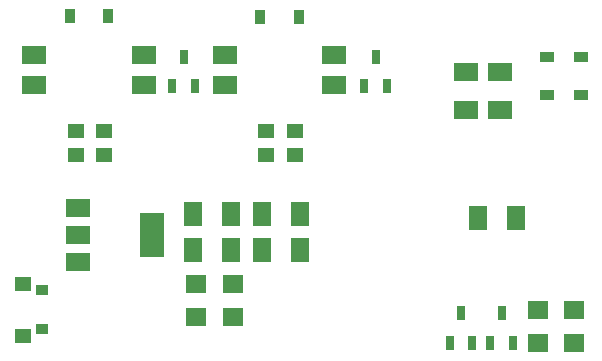
<source format=gbp>
G04 Layer: BottomPasteMaskLayer*
G04 EasyEDA v5.9.42, Tue, 02 Apr 2019 20:51:07 GMT*
G04 166f39b61798459ea13d042530858995*
G04 Gerber Generator version 0.2*
G04 Scale: 100 percent, Rotated: No, Reflected: No *
G04 Dimensions in millimeters *
G04 leading zeros omitted , absolute positions ,3 integer and 3 decimal *
%FSLAX33Y33*%
%MOMM*%
G90*
G71D02*

%ADD17R,1.219200X0.909320*%
%ADD18R,1.600200X1.999996*%
%ADD19R,1.800860X1.600200*%
%ADD27R,1.999996X3.799992*%
%ADD28R,1.999996X1.499997*%
%ADD29R,0.699999X1.250010*%
%ADD30R,0.909320X1.219200*%
%ADD31R,1.050011X0.850011*%
%ADD32R,1.399997X1.250010*%
%ADD33R,1.450010X1.160018*%
%ADD34R,1.999996X1.600200*%

%LPD*%
G54D27*
G01X13333Y15874D03*
G54D28*
G01X7034Y15873D03*
G01X7034Y18173D03*
G01X7034Y13573D03*
G54D18*
G01X20015Y17651D03*
G01X16814Y17651D03*
G01X20015Y14603D03*
G01X16814Y14603D03*
G01X25857Y17651D03*
G01X22656Y17651D03*
G01X25857Y14606D03*
G01X22656Y14606D03*
G54D17*
G01X49659Y30962D03*
G01X49659Y27711D03*
G01X46736Y30962D03*
G01X46736Y27711D03*
G54D28*
G01X12654Y31112D03*
G01X12654Y28572D03*
G01X3354Y28572D03*
G01X3354Y31112D03*
G01X28779Y31114D03*
G01X28779Y28574D03*
G01X19480Y28574D03*
G01X19480Y31114D03*
G54D19*
G01X45972Y9524D03*
G01X45972Y6730D03*
G01X49023Y9522D03*
G01X49023Y6728D03*
G54D29*
G01X39497Y9250D03*
G01X38547Y6751D03*
G01X40446Y6751D03*
G01X42928Y9248D03*
G01X41978Y6748D03*
G01X43878Y6748D03*
G01X16002Y30967D03*
G01X15052Y28468D03*
G01X16951Y28468D03*
G01X32258Y30967D03*
G01X31308Y28468D03*
G01X33207Y28468D03*
G54D30*
G01X6375Y34416D03*
G01X9626Y34416D03*
G01X22504Y34289D03*
G01X25755Y34289D03*
G54D19*
G01X17016Y8889D03*
G01X17016Y11683D03*
G01X20191Y8889D03*
G01X20191Y11683D03*
G54D18*
G01X40944Y17271D03*
G01X44145Y17271D03*
G54D31*
G01X3975Y11174D03*
G01X3975Y7875D03*
G54D32*
G01X2374Y11749D03*
G01X2374Y7299D03*
G54D33*
G01X9271Y22605D03*
G01X9271Y24637D03*
G01X25400Y22605D03*
G01X25400Y24637D03*
G01X6858Y24637D03*
G01X6858Y22605D03*
G01X22987Y24637D03*
G01X22987Y22605D03*
G54D34*
G01X39879Y29664D03*
G01X39879Y26464D03*
G01X42799Y26466D03*
G01X42799Y29667D03*
M00*
M02*

</source>
